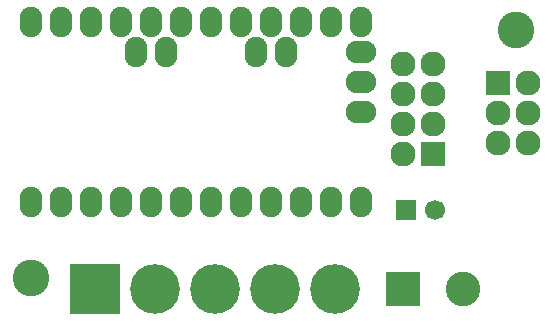
<source format=gts>
G04 #@! TF.FileFunction,Soldermask,Top*
%FSLAX46Y46*%
G04 Gerber Fmt 4.6, Leading zero omitted, Abs format (unit mm)*
G04 Created by KiCad (PCBNEW 4.0.2-stable) date 01.11.2016 20:23:11*
%MOMM*%
G01*
G04 APERTURE LIST*
%ADD10C,0.100000*%
%ADD11O,1.901140X2.599640*%
%ADD12O,2.599640X1.901140*%
%ADD13O,2.127200X2.127200*%
%ADD14R,2.127200X2.127200*%
%ADD15R,1.700000X1.700000*%
%ADD16C,1.700000*%
%ADD17C,4.210000*%
%ADD18R,4.210000X4.210000*%
%ADD19R,2.940000X2.940000*%
%ADD20C,2.940000*%
%ADD21C,3.100000*%
G04 APERTURE END LIST*
D10*
D11*
X127000000Y-74930000D03*
X129540000Y-74930000D03*
X107950000Y-87630000D03*
X110490000Y-87630000D03*
X113030000Y-87630000D03*
X115570000Y-87630000D03*
X118110000Y-87630000D03*
X120650000Y-87630000D03*
X123190000Y-87630000D03*
X125730000Y-87630000D03*
X128270000Y-87630000D03*
X130810000Y-87630000D03*
X133350000Y-87630000D03*
X135890000Y-87630000D03*
X135890000Y-72390000D03*
X133350000Y-72390000D03*
X130810000Y-72390000D03*
X128270000Y-72390000D03*
X125730000Y-72390000D03*
X123190000Y-72390000D03*
X120650000Y-72390000D03*
X118110000Y-72390000D03*
X115570000Y-72390000D03*
X113030000Y-72390000D03*
X110490000Y-72390000D03*
X107950000Y-72390000D03*
X119380000Y-74930000D03*
X116840000Y-74930000D03*
D12*
X135890000Y-74930000D03*
X135890000Y-77470000D03*
X135890000Y-80010000D03*
D13*
X141986000Y-75946000D03*
X139446000Y-75946000D03*
X141986000Y-78486000D03*
X139446000Y-78486000D03*
X141986000Y-81026000D03*
X139446000Y-81026000D03*
D14*
X141986000Y-83566000D03*
D13*
X139446000Y-83566000D03*
D15*
X139700000Y-88265000D03*
D16*
X142200000Y-88265000D03*
D17*
X118420000Y-95000000D03*
X123500000Y-95000000D03*
D18*
X113340000Y-95000000D03*
D17*
X128580000Y-95000000D03*
X133660000Y-95000000D03*
D19*
X139460000Y-95000000D03*
D20*
X144540000Y-95000000D03*
D14*
X147500000Y-77500000D03*
D13*
X150040000Y-77500000D03*
X147500000Y-80040000D03*
X150040000Y-80040000D03*
X147500000Y-82580000D03*
X150040000Y-82580000D03*
D21*
X108000000Y-94000000D03*
X149000000Y-73000000D03*
M02*

</source>
